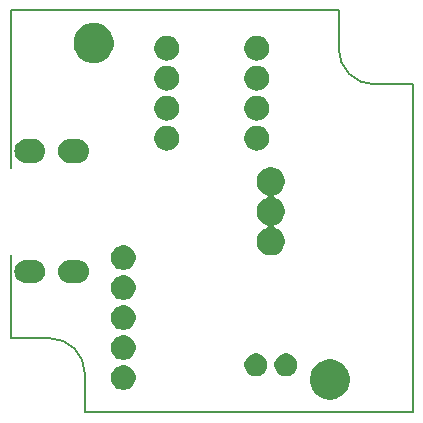
<source format=gts>
G04 #@! TF.GenerationSoftware,KiCad,Pcbnew,5.0.1*
G04 #@! TF.CreationDate,2019-01-10T18:43:16+01:00*
G04 #@! TF.ProjectId,arachnorepel,61726163686E6F726570656C2E6B6963,rev?*
G04 #@! TF.SameCoordinates,Original*
G04 #@! TF.FileFunction,Soldermask,Top*
G04 #@! TF.FilePolarity,Negative*
%FSLAX46Y46*%
G04 Gerber Fmt 4.6, Leading zero omitted, Abs format (unit mm)*
G04 Created by KiCad (PCBNEW 5.0.1) date Do 10 Jan 2019 18:43:16 CET*
%MOMM*%
%LPD*%
G01*
G04 APERTURE LIST*
%ADD10C,0.150000*%
%ADD11C,0.100000*%
G04 APERTURE END LIST*
D10*
X83000000Y-110750000D02*
X83000000Y-103700000D01*
X110750000Y-86250000D02*
G75*
G03X113750000Y-89250000I3000000J0D01*
G01*
X89250000Y-113750000D02*
G75*
G03X86250000Y-110750000I-3000000J0D01*
G01*
X89250000Y-113750000D02*
X89250000Y-117000000D01*
X83000000Y-110750000D02*
X86250000Y-110750000D01*
X110750000Y-86250000D02*
X110750000Y-83000000D01*
X117000000Y-89250000D02*
X113750000Y-89250000D01*
X83000000Y-96300000D02*
X83000000Y-83000000D01*
X117000000Y-117000000D02*
X89250000Y-117000000D01*
X117000000Y-89250000D02*
X117000000Y-117000000D01*
X83000000Y-83000000D02*
X110750000Y-83000000D01*
D11*
G36*
X110331628Y-112582792D02*
X110495834Y-112615455D01*
X110623973Y-112668532D01*
X110805189Y-112743594D01*
X111083607Y-112929627D01*
X111320373Y-113166393D01*
X111506406Y-113444811D01*
X111576171Y-113613239D01*
X111631674Y-113747234D01*
X111634545Y-113754167D01*
X111699870Y-114082576D01*
X111699870Y-114417424D01*
X111634545Y-114745833D01*
X111506406Y-115055189D01*
X111320373Y-115333607D01*
X111083607Y-115570373D01*
X110805189Y-115756406D01*
X110623973Y-115831468D01*
X110495834Y-115884545D01*
X110331628Y-115917208D01*
X110167424Y-115949870D01*
X109832576Y-115949870D01*
X109668372Y-115917208D01*
X109504166Y-115884545D01*
X109376027Y-115831468D01*
X109194811Y-115756406D01*
X108916393Y-115570373D01*
X108679627Y-115333607D01*
X108493594Y-115055189D01*
X108365455Y-114745833D01*
X108300130Y-114417424D01*
X108300130Y-114082576D01*
X108365455Y-113754167D01*
X108368327Y-113747234D01*
X108423829Y-113613239D01*
X108493594Y-113444811D01*
X108679627Y-113166393D01*
X108916393Y-112929627D01*
X109194811Y-112743594D01*
X109376027Y-112668532D01*
X109504166Y-112615455D01*
X109668372Y-112582792D01*
X109832576Y-112550130D01*
X110167424Y-112550130D01*
X110331628Y-112582792D01*
X110331628Y-112582792D01*
G37*
G36*
X92625888Y-113034470D02*
X92806274Y-113070350D01*
X92997362Y-113149502D01*
X93169336Y-113264411D01*
X93315589Y-113410664D01*
X93430498Y-113582638D01*
X93509650Y-113773726D01*
X93550000Y-113976584D01*
X93550000Y-114183416D01*
X93509650Y-114386274D01*
X93430498Y-114577362D01*
X93315589Y-114749336D01*
X93169336Y-114895589D01*
X92997362Y-115010498D01*
X92806274Y-115089650D01*
X92625888Y-115125530D01*
X92603417Y-115130000D01*
X92396583Y-115130000D01*
X92374112Y-115125530D01*
X92193726Y-115089650D01*
X92002638Y-115010498D01*
X91830664Y-114895589D01*
X91684411Y-114749336D01*
X91569502Y-114577362D01*
X91490350Y-114386274D01*
X91450000Y-114183416D01*
X91450000Y-113976584D01*
X91490350Y-113773726D01*
X91569502Y-113582638D01*
X91684411Y-113410664D01*
X91830664Y-113264411D01*
X92002638Y-113149502D01*
X92193726Y-113070350D01*
X92374112Y-113034470D01*
X92396583Y-113030000D01*
X92603417Y-113030000D01*
X92625888Y-113034470D01*
X92625888Y-113034470D01*
G37*
G36*
X104010603Y-112074968D02*
X104010606Y-112074969D01*
X104010605Y-112074969D01*
X104185678Y-112147486D01*
X104185679Y-112147487D01*
X104343241Y-112252767D01*
X104477233Y-112386759D01*
X104477234Y-112386761D01*
X104582514Y-112544322D01*
X104601434Y-112590000D01*
X104655032Y-112719397D01*
X104692000Y-112905250D01*
X104692000Y-113094750D01*
X104655032Y-113280603D01*
X104655031Y-113280605D01*
X104582514Y-113455678D01*
X104582513Y-113455679D01*
X104477233Y-113613241D01*
X104343241Y-113747233D01*
X104303587Y-113773729D01*
X104185678Y-113852514D01*
X104050266Y-113908603D01*
X104010603Y-113925032D01*
X103824750Y-113962000D01*
X103635250Y-113962000D01*
X103449397Y-113925032D01*
X103409734Y-113908603D01*
X103274322Y-113852514D01*
X103156413Y-113773729D01*
X103116759Y-113747233D01*
X102982767Y-113613241D01*
X102877487Y-113455679D01*
X102877486Y-113455678D01*
X102804969Y-113280605D01*
X102804968Y-113280603D01*
X102768000Y-113094750D01*
X102768000Y-112905250D01*
X102804968Y-112719397D01*
X102858566Y-112590000D01*
X102877486Y-112544322D01*
X102982766Y-112386761D01*
X102982767Y-112386759D01*
X103116759Y-112252767D01*
X103274321Y-112147487D01*
X103274322Y-112147486D01*
X103449395Y-112074969D01*
X103449394Y-112074969D01*
X103449397Y-112074968D01*
X103635250Y-112038000D01*
X103824750Y-112038000D01*
X104010603Y-112074968D01*
X104010603Y-112074968D01*
G37*
G36*
X106550603Y-112074968D02*
X106550606Y-112074969D01*
X106550605Y-112074969D01*
X106725678Y-112147486D01*
X106725679Y-112147487D01*
X106883241Y-112252767D01*
X107017233Y-112386759D01*
X107017234Y-112386761D01*
X107122514Y-112544322D01*
X107141434Y-112590000D01*
X107195032Y-112719397D01*
X107232000Y-112905250D01*
X107232000Y-113094750D01*
X107195032Y-113280603D01*
X107195031Y-113280605D01*
X107122514Y-113455678D01*
X107122513Y-113455679D01*
X107017233Y-113613241D01*
X106883241Y-113747233D01*
X106843587Y-113773729D01*
X106725678Y-113852514D01*
X106590266Y-113908603D01*
X106550603Y-113925032D01*
X106364750Y-113962000D01*
X106175250Y-113962000D01*
X105989397Y-113925032D01*
X105949734Y-113908603D01*
X105814322Y-113852514D01*
X105696413Y-113773729D01*
X105656759Y-113747233D01*
X105522767Y-113613241D01*
X105417487Y-113455679D01*
X105417486Y-113455678D01*
X105344969Y-113280605D01*
X105344968Y-113280603D01*
X105308000Y-113094750D01*
X105308000Y-112905250D01*
X105344968Y-112719397D01*
X105398566Y-112590000D01*
X105417486Y-112544322D01*
X105522766Y-112386761D01*
X105522767Y-112386759D01*
X105656759Y-112252767D01*
X105814321Y-112147487D01*
X105814322Y-112147486D01*
X105989395Y-112074969D01*
X105989394Y-112074969D01*
X105989397Y-112074968D01*
X106175250Y-112038000D01*
X106364750Y-112038000D01*
X106550603Y-112074968D01*
X106550603Y-112074968D01*
G37*
G36*
X92625888Y-110494470D02*
X92806274Y-110530350D01*
X92997362Y-110609502D01*
X93169336Y-110724411D01*
X93315589Y-110870664D01*
X93430498Y-111042638D01*
X93509650Y-111233726D01*
X93550000Y-111436584D01*
X93550000Y-111643416D01*
X93509650Y-111846274D01*
X93430498Y-112037362D01*
X93315589Y-112209336D01*
X93169336Y-112355589D01*
X92997362Y-112470498D01*
X92806274Y-112549650D01*
X92625888Y-112585530D01*
X92603417Y-112590000D01*
X92396583Y-112590000D01*
X92374112Y-112585530D01*
X92193726Y-112549650D01*
X92002638Y-112470498D01*
X91830664Y-112355589D01*
X91684411Y-112209336D01*
X91569502Y-112037362D01*
X91490350Y-111846274D01*
X91450000Y-111643416D01*
X91450000Y-111436584D01*
X91490350Y-111233726D01*
X91569502Y-111042638D01*
X91684411Y-110870664D01*
X91830664Y-110724411D01*
X92002638Y-110609502D01*
X92193726Y-110530350D01*
X92374112Y-110494470D01*
X92396583Y-110490000D01*
X92603417Y-110490000D01*
X92625888Y-110494470D01*
X92625888Y-110494470D01*
G37*
G36*
X92625888Y-107954470D02*
X92806274Y-107990350D01*
X92997362Y-108069502D01*
X93169336Y-108184411D01*
X93315589Y-108330664D01*
X93430498Y-108502638D01*
X93509650Y-108693726D01*
X93550000Y-108896584D01*
X93550000Y-109103416D01*
X93509650Y-109306274D01*
X93430498Y-109497362D01*
X93315589Y-109669336D01*
X93169336Y-109815589D01*
X92997362Y-109930498D01*
X92806274Y-110009650D01*
X92625888Y-110045530D01*
X92603417Y-110050000D01*
X92396583Y-110050000D01*
X92374112Y-110045530D01*
X92193726Y-110009650D01*
X92002638Y-109930498D01*
X91830664Y-109815589D01*
X91684411Y-109669336D01*
X91569502Y-109497362D01*
X91490350Y-109306274D01*
X91450000Y-109103416D01*
X91450000Y-108896584D01*
X91490350Y-108693726D01*
X91569502Y-108502638D01*
X91684411Y-108330664D01*
X91830664Y-108184411D01*
X92002638Y-108069502D01*
X92193726Y-107990350D01*
X92374112Y-107954470D01*
X92396583Y-107950000D01*
X92603417Y-107950000D01*
X92625888Y-107954470D01*
X92625888Y-107954470D01*
G37*
G36*
X92625888Y-105414470D02*
X92806274Y-105450350D01*
X92997362Y-105529502D01*
X93169336Y-105644411D01*
X93315589Y-105790664D01*
X93430498Y-105962638D01*
X93509650Y-106153726D01*
X93550000Y-106356584D01*
X93550000Y-106563416D01*
X93509650Y-106766274D01*
X93430498Y-106957362D01*
X93315589Y-107129336D01*
X93169336Y-107275589D01*
X92997362Y-107390498D01*
X92806274Y-107469650D01*
X92625888Y-107505530D01*
X92603417Y-107510000D01*
X92396583Y-107510000D01*
X92374112Y-107505530D01*
X92193726Y-107469650D01*
X92002638Y-107390498D01*
X91830664Y-107275589D01*
X91684411Y-107129336D01*
X91569502Y-106957362D01*
X91490350Y-106766274D01*
X91450000Y-106563416D01*
X91450000Y-106356584D01*
X91490350Y-106153726D01*
X91569502Y-105962638D01*
X91684411Y-105790664D01*
X91830664Y-105644411D01*
X92002638Y-105529502D01*
X92193726Y-105450350D01*
X92374112Y-105414470D01*
X92396583Y-105410000D01*
X92603417Y-105410000D01*
X92625888Y-105414470D01*
X92625888Y-105414470D01*
G37*
G36*
X85096030Y-104114469D02*
X85096033Y-104114470D01*
X85096034Y-104114470D01*
X85284535Y-104171651D01*
X85284537Y-104171652D01*
X85458260Y-104264509D01*
X85610528Y-104389472D01*
X85735491Y-104541740D01*
X85735492Y-104541742D01*
X85828349Y-104715465D01*
X85885530Y-104903966D01*
X85885531Y-104903970D01*
X85904838Y-105100000D01*
X85885531Y-105296030D01*
X85885530Y-105296033D01*
X85885530Y-105296034D01*
X85838719Y-105450351D01*
X85828348Y-105484537D01*
X85735491Y-105658260D01*
X85610528Y-105810528D01*
X85458260Y-105935491D01*
X85284537Y-106028348D01*
X85284535Y-106028349D01*
X85096034Y-106085530D01*
X85096033Y-106085530D01*
X85096030Y-106085531D01*
X84949124Y-106100000D01*
X84250876Y-106100000D01*
X84103970Y-106085531D01*
X84103967Y-106085530D01*
X84103966Y-106085530D01*
X83915465Y-106028349D01*
X83915463Y-106028348D01*
X83741740Y-105935491D01*
X83589472Y-105810528D01*
X83464509Y-105658260D01*
X83371652Y-105484537D01*
X83361282Y-105450351D01*
X83314470Y-105296034D01*
X83314470Y-105296033D01*
X83314469Y-105296030D01*
X83295162Y-105100000D01*
X83314469Y-104903970D01*
X83314470Y-104903966D01*
X83371651Y-104715465D01*
X83464508Y-104541742D01*
X83464509Y-104541740D01*
X83589472Y-104389472D01*
X83741740Y-104264509D01*
X83915463Y-104171652D01*
X83915465Y-104171651D01*
X84103966Y-104114470D01*
X84103967Y-104114470D01*
X84103970Y-104114469D01*
X84250876Y-104100000D01*
X84949124Y-104100000D01*
X85096030Y-104114469D01*
X85096030Y-104114469D01*
G37*
G36*
X88796030Y-104114469D02*
X88796033Y-104114470D01*
X88796034Y-104114470D01*
X88984535Y-104171651D01*
X88984537Y-104171652D01*
X89158260Y-104264509D01*
X89310528Y-104389472D01*
X89435491Y-104541740D01*
X89435492Y-104541742D01*
X89528349Y-104715465D01*
X89585530Y-104903966D01*
X89585531Y-104903970D01*
X89604838Y-105100000D01*
X89585531Y-105296030D01*
X89585530Y-105296033D01*
X89585530Y-105296034D01*
X89538719Y-105450351D01*
X89528348Y-105484537D01*
X89435491Y-105658260D01*
X89310528Y-105810528D01*
X89158260Y-105935491D01*
X88984537Y-106028348D01*
X88984535Y-106028349D01*
X88796034Y-106085530D01*
X88796033Y-106085530D01*
X88796030Y-106085531D01*
X88649124Y-106100000D01*
X87950876Y-106100000D01*
X87803970Y-106085531D01*
X87803967Y-106085530D01*
X87803966Y-106085530D01*
X87615465Y-106028349D01*
X87615463Y-106028348D01*
X87441740Y-105935491D01*
X87289472Y-105810528D01*
X87164509Y-105658260D01*
X87071652Y-105484537D01*
X87061282Y-105450351D01*
X87014470Y-105296034D01*
X87014470Y-105296033D01*
X87014469Y-105296030D01*
X86995162Y-105100000D01*
X87014469Y-104903970D01*
X87014470Y-104903966D01*
X87071651Y-104715465D01*
X87164508Y-104541742D01*
X87164509Y-104541740D01*
X87289472Y-104389472D01*
X87441740Y-104264509D01*
X87615463Y-104171652D01*
X87615465Y-104171651D01*
X87803966Y-104114470D01*
X87803967Y-104114470D01*
X87803970Y-104114469D01*
X87950876Y-104100000D01*
X88649124Y-104100000D01*
X88796030Y-104114469D01*
X88796030Y-104114469D01*
G37*
G36*
X92625888Y-102874470D02*
X92806274Y-102910350D01*
X92997362Y-102989502D01*
X93169336Y-103104411D01*
X93315589Y-103250664D01*
X93430498Y-103422638D01*
X93509650Y-103613726D01*
X93550000Y-103816584D01*
X93550000Y-104023416D01*
X93509650Y-104226274D01*
X93430498Y-104417362D01*
X93315589Y-104589336D01*
X93169336Y-104735589D01*
X92997362Y-104850498D01*
X92806274Y-104929650D01*
X92625888Y-104965530D01*
X92603417Y-104970000D01*
X92396583Y-104970000D01*
X92374112Y-104965530D01*
X92193726Y-104929650D01*
X92002638Y-104850498D01*
X91830664Y-104735589D01*
X91684411Y-104589336D01*
X91569502Y-104417362D01*
X91490350Y-104226274D01*
X91450000Y-104023416D01*
X91450000Y-103816584D01*
X91490350Y-103613726D01*
X91569502Y-103422638D01*
X91684411Y-103250664D01*
X91830664Y-103104411D01*
X92002638Y-102989502D01*
X92193726Y-102910350D01*
X92374112Y-102874470D01*
X92396583Y-102870000D01*
X92603417Y-102870000D01*
X92625888Y-102874470D01*
X92625888Y-102874470D01*
G37*
G36*
X105349876Y-96306605D02*
X105568172Y-96397026D01*
X105764633Y-96528297D01*
X105931703Y-96695367D01*
X106062974Y-96891828D01*
X106153395Y-97110124D01*
X106199490Y-97341859D01*
X106199490Y-97578141D01*
X106153395Y-97809876D01*
X106062974Y-98028172D01*
X105931703Y-98224633D01*
X105764633Y-98391703D01*
X105568172Y-98522974D01*
X105347173Y-98614515D01*
X105325563Y-98626066D01*
X105306621Y-98641612D01*
X105291075Y-98660554D01*
X105279524Y-98682165D01*
X105272411Y-98705614D01*
X105270009Y-98730000D01*
X105272411Y-98754386D01*
X105279524Y-98777836D01*
X105291075Y-98799446D01*
X105306621Y-98818388D01*
X105325563Y-98833934D01*
X105347173Y-98845485D01*
X105568172Y-98937026D01*
X105764633Y-99068297D01*
X105931703Y-99235367D01*
X106062974Y-99431828D01*
X106153395Y-99650124D01*
X106199490Y-99881859D01*
X106199490Y-100118141D01*
X106153395Y-100349876D01*
X106062974Y-100568172D01*
X105931703Y-100764633D01*
X105764633Y-100931703D01*
X105568172Y-101062974D01*
X105347173Y-101154515D01*
X105325563Y-101166066D01*
X105306621Y-101181612D01*
X105291075Y-101200554D01*
X105279524Y-101222165D01*
X105272411Y-101245614D01*
X105270009Y-101270000D01*
X105272411Y-101294386D01*
X105279524Y-101317836D01*
X105291075Y-101339446D01*
X105306621Y-101358388D01*
X105325563Y-101373934D01*
X105347173Y-101385485D01*
X105568172Y-101477026D01*
X105764633Y-101608297D01*
X105931703Y-101775367D01*
X106062974Y-101971828D01*
X106153395Y-102190124D01*
X106199490Y-102421859D01*
X106199490Y-102658141D01*
X106153395Y-102889876D01*
X106062974Y-103108172D01*
X105931703Y-103304633D01*
X105764633Y-103471703D01*
X105568172Y-103602974D01*
X105349876Y-103693395D01*
X105118141Y-103739490D01*
X104881859Y-103739490D01*
X104650124Y-103693395D01*
X104431828Y-103602974D01*
X104235367Y-103471703D01*
X104068297Y-103304633D01*
X103937026Y-103108172D01*
X103846605Y-102889876D01*
X103800510Y-102658141D01*
X103800510Y-102421859D01*
X103846605Y-102190124D01*
X103937026Y-101971828D01*
X104068297Y-101775367D01*
X104235367Y-101608297D01*
X104431828Y-101477026D01*
X104652827Y-101385485D01*
X104674437Y-101373934D01*
X104693379Y-101358388D01*
X104708925Y-101339446D01*
X104720476Y-101317835D01*
X104727589Y-101294386D01*
X104729991Y-101270000D01*
X104727589Y-101245614D01*
X104720476Y-101222164D01*
X104708925Y-101200554D01*
X104693379Y-101181612D01*
X104674437Y-101166066D01*
X104652827Y-101154515D01*
X104431828Y-101062974D01*
X104235367Y-100931703D01*
X104068297Y-100764633D01*
X103937026Y-100568172D01*
X103846605Y-100349876D01*
X103800510Y-100118141D01*
X103800510Y-99881859D01*
X103846605Y-99650124D01*
X103937026Y-99431828D01*
X104068297Y-99235367D01*
X104235367Y-99068297D01*
X104431828Y-98937026D01*
X104652827Y-98845485D01*
X104674437Y-98833934D01*
X104693379Y-98818388D01*
X104708925Y-98799446D01*
X104720476Y-98777835D01*
X104727589Y-98754386D01*
X104729991Y-98730000D01*
X104727589Y-98705614D01*
X104720476Y-98682164D01*
X104708925Y-98660554D01*
X104693379Y-98641612D01*
X104674437Y-98626066D01*
X104652827Y-98614515D01*
X104431828Y-98522974D01*
X104235367Y-98391703D01*
X104068297Y-98224633D01*
X103937026Y-98028172D01*
X103846605Y-97809876D01*
X103800510Y-97578141D01*
X103800510Y-97341859D01*
X103846605Y-97110124D01*
X103937026Y-96891828D01*
X104068297Y-96695367D01*
X104235367Y-96528297D01*
X104431828Y-96397026D01*
X104650124Y-96306605D01*
X104881859Y-96260510D01*
X105118141Y-96260510D01*
X105349876Y-96306605D01*
X105349876Y-96306605D01*
G37*
G36*
X85096030Y-93914469D02*
X85096033Y-93914470D01*
X85096034Y-93914470D01*
X85284535Y-93971651D01*
X85284537Y-93971652D01*
X85458260Y-94064509D01*
X85610528Y-94189472D01*
X85735491Y-94341740D01*
X85735492Y-94341742D01*
X85828349Y-94515465D01*
X85885530Y-94703966D01*
X85885531Y-94703970D01*
X85904838Y-94900000D01*
X85885531Y-95096030D01*
X85828348Y-95284537D01*
X85735491Y-95458260D01*
X85610528Y-95610528D01*
X85458260Y-95735491D01*
X85458258Y-95735492D01*
X85284535Y-95828349D01*
X85096034Y-95885530D01*
X85096033Y-95885530D01*
X85096030Y-95885531D01*
X84949124Y-95900000D01*
X84250876Y-95900000D01*
X84103970Y-95885531D01*
X84103967Y-95885530D01*
X84103966Y-95885530D01*
X83915465Y-95828349D01*
X83741742Y-95735492D01*
X83741740Y-95735491D01*
X83589472Y-95610528D01*
X83464509Y-95458260D01*
X83371652Y-95284537D01*
X83314469Y-95096030D01*
X83295162Y-94900000D01*
X83314469Y-94703970D01*
X83314470Y-94703966D01*
X83371651Y-94515465D01*
X83464508Y-94341742D01*
X83464509Y-94341740D01*
X83589472Y-94189472D01*
X83741740Y-94064509D01*
X83915463Y-93971652D01*
X83915465Y-93971651D01*
X84103966Y-93914470D01*
X84103967Y-93914470D01*
X84103970Y-93914469D01*
X84250876Y-93900000D01*
X84949124Y-93900000D01*
X85096030Y-93914469D01*
X85096030Y-93914469D01*
G37*
G36*
X88796030Y-93914469D02*
X88796033Y-93914470D01*
X88796034Y-93914470D01*
X88984535Y-93971651D01*
X88984537Y-93971652D01*
X89158260Y-94064509D01*
X89310528Y-94189472D01*
X89435491Y-94341740D01*
X89435492Y-94341742D01*
X89528349Y-94515465D01*
X89585530Y-94703966D01*
X89585531Y-94703970D01*
X89604838Y-94900000D01*
X89585531Y-95096030D01*
X89528348Y-95284537D01*
X89435491Y-95458260D01*
X89310528Y-95610528D01*
X89158260Y-95735491D01*
X89158258Y-95735492D01*
X88984535Y-95828349D01*
X88796034Y-95885530D01*
X88796033Y-95885530D01*
X88796030Y-95885531D01*
X88649124Y-95900000D01*
X87950876Y-95900000D01*
X87803970Y-95885531D01*
X87803967Y-95885530D01*
X87803966Y-95885530D01*
X87615465Y-95828349D01*
X87441742Y-95735492D01*
X87441740Y-95735491D01*
X87289472Y-95610528D01*
X87164509Y-95458260D01*
X87071652Y-95284537D01*
X87014469Y-95096030D01*
X86995162Y-94900000D01*
X87014469Y-94703970D01*
X87014470Y-94703966D01*
X87071651Y-94515465D01*
X87164508Y-94341742D01*
X87164509Y-94341740D01*
X87289472Y-94189472D01*
X87441740Y-94064509D01*
X87615463Y-93971652D01*
X87615465Y-93971651D01*
X87803966Y-93914470D01*
X87803967Y-93914470D01*
X87803970Y-93914469D01*
X87950876Y-93900000D01*
X88649124Y-93900000D01*
X88796030Y-93914469D01*
X88796030Y-93914469D01*
G37*
G36*
X103935888Y-92764470D02*
X104116274Y-92800350D01*
X104307362Y-92879502D01*
X104479336Y-92994411D01*
X104625589Y-93140664D01*
X104740498Y-93312638D01*
X104819650Y-93503726D01*
X104855530Y-93684112D01*
X104860000Y-93706583D01*
X104860000Y-93913417D01*
X104855530Y-93935888D01*
X104819650Y-94116274D01*
X104740498Y-94307362D01*
X104625589Y-94479336D01*
X104479336Y-94625589D01*
X104307362Y-94740498D01*
X104116274Y-94819650D01*
X103935888Y-94855530D01*
X103913417Y-94860000D01*
X103706583Y-94860000D01*
X103684112Y-94855530D01*
X103503726Y-94819650D01*
X103312638Y-94740498D01*
X103140664Y-94625589D01*
X102994411Y-94479336D01*
X102879502Y-94307362D01*
X102800350Y-94116274D01*
X102764470Y-93935888D01*
X102760000Y-93913417D01*
X102760000Y-93706583D01*
X102764470Y-93684112D01*
X102800350Y-93503726D01*
X102879502Y-93312638D01*
X102994411Y-93140664D01*
X103140664Y-92994411D01*
X103312638Y-92879502D01*
X103503726Y-92800350D01*
X103684112Y-92764470D01*
X103706583Y-92760000D01*
X103913417Y-92760000D01*
X103935888Y-92764470D01*
X103935888Y-92764470D01*
G37*
G36*
X96315888Y-92764470D02*
X96496274Y-92800350D01*
X96687362Y-92879502D01*
X96859336Y-92994411D01*
X97005589Y-93140664D01*
X97120498Y-93312638D01*
X97199650Y-93503726D01*
X97235530Y-93684112D01*
X97240000Y-93706583D01*
X97240000Y-93913417D01*
X97235530Y-93935888D01*
X97199650Y-94116274D01*
X97120498Y-94307362D01*
X97005589Y-94479336D01*
X96859336Y-94625589D01*
X96687362Y-94740498D01*
X96496274Y-94819650D01*
X96315888Y-94855530D01*
X96293417Y-94860000D01*
X96086583Y-94860000D01*
X96064112Y-94855530D01*
X95883726Y-94819650D01*
X95692638Y-94740498D01*
X95520664Y-94625589D01*
X95374411Y-94479336D01*
X95259502Y-94307362D01*
X95180350Y-94116274D01*
X95144470Y-93935888D01*
X95140000Y-93913417D01*
X95140000Y-93706583D01*
X95144470Y-93684112D01*
X95180350Y-93503726D01*
X95259502Y-93312638D01*
X95374411Y-93140664D01*
X95520664Y-92994411D01*
X95692638Y-92879502D01*
X95883726Y-92800350D01*
X96064112Y-92764470D01*
X96086583Y-92760000D01*
X96293417Y-92760000D01*
X96315888Y-92764470D01*
X96315888Y-92764470D01*
G37*
G36*
X103935888Y-90224470D02*
X104116274Y-90260350D01*
X104307362Y-90339502D01*
X104479336Y-90454411D01*
X104625589Y-90600664D01*
X104740498Y-90772638D01*
X104819650Y-90963726D01*
X104860000Y-91166584D01*
X104860000Y-91373416D01*
X104819650Y-91576274D01*
X104740498Y-91767362D01*
X104625589Y-91939336D01*
X104479336Y-92085589D01*
X104307362Y-92200498D01*
X104116274Y-92279650D01*
X103935888Y-92315530D01*
X103913417Y-92320000D01*
X103706583Y-92320000D01*
X103684112Y-92315530D01*
X103503726Y-92279650D01*
X103312638Y-92200498D01*
X103140664Y-92085589D01*
X102994411Y-91939336D01*
X102879502Y-91767362D01*
X102800350Y-91576274D01*
X102760000Y-91373416D01*
X102760000Y-91166584D01*
X102800350Y-90963726D01*
X102879502Y-90772638D01*
X102994411Y-90600664D01*
X103140664Y-90454411D01*
X103312638Y-90339502D01*
X103503726Y-90260350D01*
X103684112Y-90224470D01*
X103706583Y-90220000D01*
X103913417Y-90220000D01*
X103935888Y-90224470D01*
X103935888Y-90224470D01*
G37*
G36*
X96315888Y-90224470D02*
X96496274Y-90260350D01*
X96687362Y-90339502D01*
X96859336Y-90454411D01*
X97005589Y-90600664D01*
X97120498Y-90772638D01*
X97199650Y-90963726D01*
X97240000Y-91166584D01*
X97240000Y-91373416D01*
X97199650Y-91576274D01*
X97120498Y-91767362D01*
X97005589Y-91939336D01*
X96859336Y-92085589D01*
X96687362Y-92200498D01*
X96496274Y-92279650D01*
X96315888Y-92315530D01*
X96293417Y-92320000D01*
X96086583Y-92320000D01*
X96064112Y-92315530D01*
X95883726Y-92279650D01*
X95692638Y-92200498D01*
X95520664Y-92085589D01*
X95374411Y-91939336D01*
X95259502Y-91767362D01*
X95180350Y-91576274D01*
X95140000Y-91373416D01*
X95140000Y-91166584D01*
X95180350Y-90963726D01*
X95259502Y-90772638D01*
X95374411Y-90600664D01*
X95520664Y-90454411D01*
X95692638Y-90339502D01*
X95883726Y-90260350D01*
X96064112Y-90224470D01*
X96086583Y-90220000D01*
X96293417Y-90220000D01*
X96315888Y-90224470D01*
X96315888Y-90224470D01*
G37*
G36*
X96315888Y-87684470D02*
X96496274Y-87720350D01*
X96687362Y-87799502D01*
X96859336Y-87914411D01*
X97005589Y-88060664D01*
X97120498Y-88232638D01*
X97199650Y-88423726D01*
X97240000Y-88626584D01*
X97240000Y-88833416D01*
X97199650Y-89036274D01*
X97120498Y-89227362D01*
X97005589Y-89399336D01*
X96859336Y-89545589D01*
X96687362Y-89660498D01*
X96496274Y-89739650D01*
X96315888Y-89775530D01*
X96293417Y-89780000D01*
X96086583Y-89780000D01*
X96064112Y-89775530D01*
X95883726Y-89739650D01*
X95692638Y-89660498D01*
X95520664Y-89545589D01*
X95374411Y-89399336D01*
X95259502Y-89227362D01*
X95180350Y-89036274D01*
X95140000Y-88833416D01*
X95140000Y-88626584D01*
X95180350Y-88423726D01*
X95259502Y-88232638D01*
X95374411Y-88060664D01*
X95520664Y-87914411D01*
X95692638Y-87799502D01*
X95883726Y-87720350D01*
X96064112Y-87684470D01*
X96086583Y-87680000D01*
X96293417Y-87680000D01*
X96315888Y-87684470D01*
X96315888Y-87684470D01*
G37*
G36*
X103935888Y-87684470D02*
X104116274Y-87720350D01*
X104307362Y-87799502D01*
X104479336Y-87914411D01*
X104625589Y-88060664D01*
X104740498Y-88232638D01*
X104819650Y-88423726D01*
X104860000Y-88626584D01*
X104860000Y-88833416D01*
X104819650Y-89036274D01*
X104740498Y-89227362D01*
X104625589Y-89399336D01*
X104479336Y-89545589D01*
X104307362Y-89660498D01*
X104116274Y-89739650D01*
X103935888Y-89775530D01*
X103913417Y-89780000D01*
X103706583Y-89780000D01*
X103684112Y-89775530D01*
X103503726Y-89739650D01*
X103312638Y-89660498D01*
X103140664Y-89545589D01*
X102994411Y-89399336D01*
X102879502Y-89227362D01*
X102800350Y-89036274D01*
X102760000Y-88833416D01*
X102760000Y-88626584D01*
X102800350Y-88423726D01*
X102879502Y-88232638D01*
X102994411Y-88060664D01*
X103140664Y-87914411D01*
X103312638Y-87799502D01*
X103503726Y-87720350D01*
X103684112Y-87684470D01*
X103706583Y-87680000D01*
X103913417Y-87680000D01*
X103935888Y-87684470D01*
X103935888Y-87684470D01*
G37*
G36*
X90331628Y-84082792D02*
X90495834Y-84115455D01*
X90623973Y-84168532D01*
X90805189Y-84243594D01*
X91083607Y-84429627D01*
X91320373Y-84666393D01*
X91506406Y-84944811D01*
X91581468Y-85126027D01*
X91634545Y-85254166D01*
X91658463Y-85374411D01*
X91699870Y-85582576D01*
X91699870Y-85917424D01*
X91634545Y-86245833D01*
X91506406Y-86555189D01*
X91320373Y-86833607D01*
X91083607Y-87070373D01*
X90805189Y-87256406D01*
X90623973Y-87331468D01*
X90495834Y-87384545D01*
X90331629Y-87417207D01*
X90167424Y-87449870D01*
X89832576Y-87449870D01*
X89668371Y-87417207D01*
X89504166Y-87384545D01*
X89376027Y-87331468D01*
X89194811Y-87256406D01*
X88916393Y-87070373D01*
X88679627Y-86833607D01*
X88493594Y-86555189D01*
X88365455Y-86245833D01*
X88300130Y-85917424D01*
X88300130Y-85582576D01*
X88341537Y-85374411D01*
X88365455Y-85254166D01*
X88418532Y-85126027D01*
X88493594Y-84944811D01*
X88679627Y-84666393D01*
X88916393Y-84429627D01*
X89194811Y-84243594D01*
X89376027Y-84168532D01*
X89504166Y-84115455D01*
X89668372Y-84082792D01*
X89832576Y-84050130D01*
X90167424Y-84050130D01*
X90331628Y-84082792D01*
X90331628Y-84082792D01*
G37*
G36*
X103935888Y-85144470D02*
X104116274Y-85180350D01*
X104307362Y-85259502D01*
X104479336Y-85374411D01*
X104625589Y-85520664D01*
X104740498Y-85692638D01*
X104819650Y-85883726D01*
X104860000Y-86086584D01*
X104860000Y-86293416D01*
X104819650Y-86496274D01*
X104740498Y-86687362D01*
X104625589Y-86859336D01*
X104479336Y-87005589D01*
X104307362Y-87120498D01*
X104116274Y-87199650D01*
X103935888Y-87235530D01*
X103913417Y-87240000D01*
X103706583Y-87240000D01*
X103684112Y-87235530D01*
X103503726Y-87199650D01*
X103312638Y-87120498D01*
X103140664Y-87005589D01*
X102994411Y-86859336D01*
X102879502Y-86687362D01*
X102800350Y-86496274D01*
X102760000Y-86293416D01*
X102760000Y-86086584D01*
X102800350Y-85883726D01*
X102879502Y-85692638D01*
X102994411Y-85520664D01*
X103140664Y-85374411D01*
X103312638Y-85259502D01*
X103503726Y-85180350D01*
X103684112Y-85144470D01*
X103706583Y-85140000D01*
X103913417Y-85140000D01*
X103935888Y-85144470D01*
X103935888Y-85144470D01*
G37*
G36*
X96315888Y-85144470D02*
X96496274Y-85180350D01*
X96687362Y-85259502D01*
X96859336Y-85374411D01*
X97005589Y-85520664D01*
X97120498Y-85692638D01*
X97199650Y-85883726D01*
X97240000Y-86086584D01*
X97240000Y-86293416D01*
X97199650Y-86496274D01*
X97120498Y-86687362D01*
X97005589Y-86859336D01*
X96859336Y-87005589D01*
X96687362Y-87120498D01*
X96496274Y-87199650D01*
X96315888Y-87235530D01*
X96293417Y-87240000D01*
X96086583Y-87240000D01*
X96064112Y-87235530D01*
X95883726Y-87199650D01*
X95692638Y-87120498D01*
X95520664Y-87005589D01*
X95374411Y-86859336D01*
X95259502Y-86687362D01*
X95180350Y-86496274D01*
X95140000Y-86293416D01*
X95140000Y-86086584D01*
X95180350Y-85883726D01*
X95259502Y-85692638D01*
X95374411Y-85520664D01*
X95520664Y-85374411D01*
X95692638Y-85259502D01*
X95883726Y-85180350D01*
X96064112Y-85144470D01*
X96086583Y-85140000D01*
X96293417Y-85140000D01*
X96315888Y-85144470D01*
X96315888Y-85144470D01*
G37*
M02*

</source>
